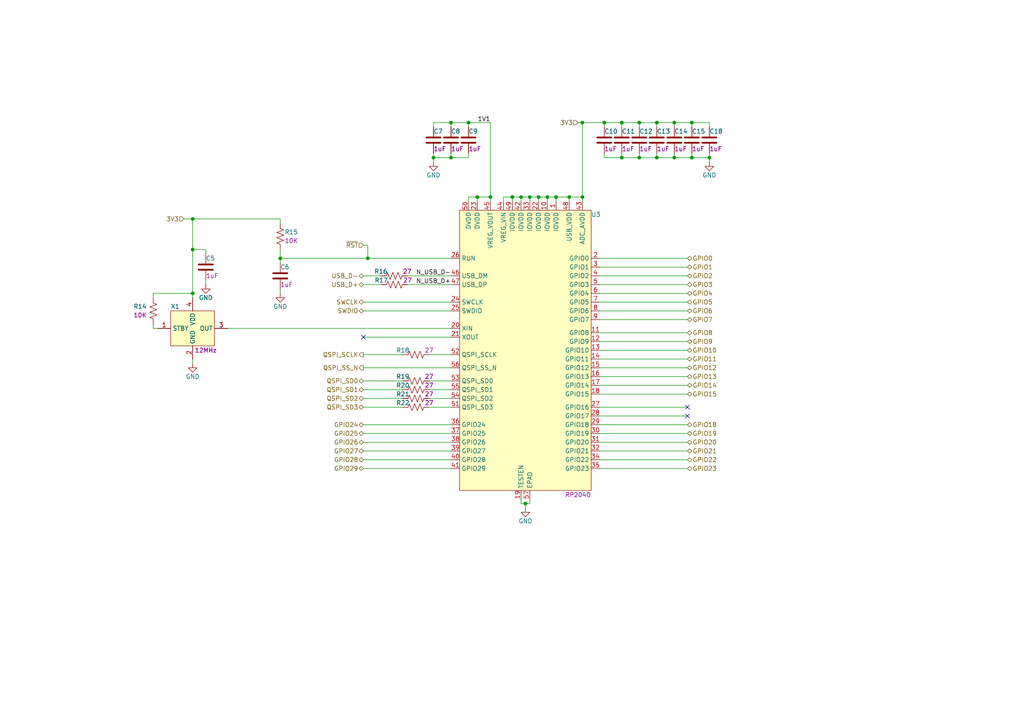
<source format=kicad_sch>
(kicad_sch (version 20211123) (generator eeschema)
  (paper "A4")
  (lib_symbols
    (symbol "capacitors:CC0402KRX5R7BB105" (pin_numbers hide) (pin_names (offset 0.254))
      (property "Reference" "C" (at 0.635 2.54 0))
      (property "id" "1uF" (at -3.81 2.54 0))
      (symbol "CC0402KRX5R7BB105_0_1"
        (polyline (pts (xy -2.032 -0.762) (xy 2.032 -0.762)) (stroke (width 0.508)))
        (polyline (pts (xy -2.032 0.762) (xy 2.032 0.762)) (stroke (width 0.508)))
      )
      (symbol "CC0402KRX5R7BB105_1_1"
        (pin passive line (at 0 3.81 270) (length 2.794) (name "~") (number "1"))
        (pin passive line (at 0 -3.81 90) (length 2.794) (name "~") (number "2"))
      )
    )
    (symbol "ics:RP2040"
      (property "Reference" "U" (at 0 0 0))
      (property "id" "RP2040" (at 0 0 0))
      (symbol "RP2040_0_1"
        (rectangle (start -19.05 40.64) (end 19.05 -40.64) (fill (type background)))
      )
      (symbol "RP2040_1_1"
        (pin power_in line (at 8.89 43.18 270) (length 2.54) (name "IOVDD") (number "1"))
        (pin power_in line (at 6.35 43.18 270) (length 2.54) (name "IOVDD") (number "10"))
        (pin bidirectional line (at 21.59 5.08 180) (length 2.54) (name "GPIO8") (number "11"))
        (pin bidirectional line (at 21.59 2.54 180) (length 2.54) (name "GPIO9") (number "12"))
        (pin bidirectional line (at 21.59 0 180) (length 2.54) (name "GPIO10") (number "13"))
        (pin bidirectional line (at 21.59 -2.54 180) (length 2.54) (name "GPIO11") (number "14"))
        (pin bidirectional line (at 21.59 -5.08 180) (length 2.54) (name "GPIO12") (number "15"))
        (pin bidirectional line (at 21.59 -7.62 180) (length 2.54) (name "GPIO13") (number "16"))
        (pin bidirectional line (at 21.59 -10.16 180) (length 2.54) (name "GPIO14") (number "17"))
        (pin bidirectional line (at 21.59 -12.7 180) (length 2.54) (name "GPIO15") (number "18"))
        (pin passive line (at -1.27 -43.18 90) (length 2.54) (name "TESTEN") (number "19"))
        (pin bidirectional line (at 21.59 26.67 180) (length 2.54) (name "GPIO0") (number "2"))
        (pin input line (at -21.59 6.35 0) (length 2.54) (name "XIN") (number "20"))
        (pin output line (at -21.59 3.81 0) (length 2.54) (name "XOUT") (number "21"))
        (pin power_in line (at 3.81 43.18 270) (length 2.54) (name "IOVDD") (number "22"))
        (pin power_in line (at -13.97 43.18 270) (length 2.54) (name "DVDD") (number "23"))
        (pin bidirectional line (at -21.59 13.97 0) (length 2.54) (name "SWCLK") (number "24"))
        (pin bidirectional line (at -21.59 11.43 0) (length 2.54) (name "SWDIO") (number "25"))
        (pin input line (at -21.59 26.67 0) (length 2.54) (name "RUN") (number "26"))
        (pin bidirectional line (at 21.59 -16.51 180) (length 2.54) (name "GPIO16") (number "27"))
        (pin bidirectional line (at 21.59 -19.05 180) (length 2.54) (name "GPIO17") (number "28"))
        (pin bidirectional line (at 21.59 -21.59 180) (length 2.54) (name "GPIO18") (number "29"))
        (pin bidirectional line (at 21.59 24.13 180) (length 2.54) (name "GPIO1") (number "3"))
        (pin bidirectional line (at 21.59 -24.13 180) (length 2.54) (name "GPIO19") (number "30"))
        (pin bidirectional line (at 21.59 -26.67 180) (length 2.54) (name "GPIO20") (number "31"))
        (pin bidirectional line (at 21.59 -29.21 180) (length 2.54) (name "GPIO21") (number "32"))
        (pin power_in line (at 1.27 43.18 270) (length 2.54) (name "IOVDD") (number "33"))
        (pin bidirectional line (at 21.59 -31.75 180) (length 2.54) (name "GPIO22") (number "34"))
        (pin bidirectional line (at 21.59 -34.29 180) (length 2.54) (name "GPIO23") (number "35"))
        (pin bidirectional line (at -21.59 -21.59 0) (length 2.54) (name "GPIO24") (number "36"))
        (pin bidirectional line (at -21.59 -24.13 0) (length 2.54) (name "GPIO25") (number "37"))
        (pin bidirectional line (at -21.59 -26.67 0) (length 2.54) (name "GPIO26") (number "38"))
        (pin bidirectional line (at -21.59 -29.21 0) (length 2.54) (name "GPIO27") (number "39"))
        (pin bidirectional line (at 21.59 21.59 180) (length 2.54) (name "GPIO2") (number "4"))
        (pin bidirectional line (at -21.59 -31.75 0) (length 2.54) (name "GPIO28") (number "40"))
        (pin bidirectional line (at -21.59 -34.29 0) (length 2.54) (name "GPIO29") (number "41"))
        (pin power_in line (at -1.27 43.18 270) (length 2.54) (name "IOVDD") (number "42"))
        (pin power_in line (at 16.51 43.18 270) (length 2.54) (name "ADC_AVDD") (number "43"))
        (pin power_in line (at -6.35 43.18 270) (length 2.54) (name "VREG_VIN") (number "44"))
        (pin power_out line (at -10.16 43.18 270) (length 2.54) (name "VREG_VOUT") (number "45"))
        (pin bidirectional line (at -21.59 21.59 0) (length 2.54) (name "USB_DM") (number "46"))
        (pin bidirectional line (at -21.59 19.05 0) (length 2.54) (name "USB_DP") (number "47"))
        (pin power_in line (at 12.7 43.18 270) (length 2.54) (name "USB_VDD") (number "48"))
        (pin power_in line (at -3.81 43.18 270) (length 2.54) (name "IOVDD") (number "49"))
        (pin bidirectional line (at 21.59 19.05 180) (length 2.54) (name "GPIO3") (number "5"))
        (pin power_in line (at -16.51 43.18 270) (length 2.54) (name "DVDD") (number "50"))
        (pin bidirectional line (at -21.59 -16.51 0) (length 2.54) (name "QSPI_SD3") (number "51"))
        (pin bidirectional line (at -21.59 -1.27 0) (length 2.54) (name "QSPI_SCLK") (number "52"))
        (pin bidirectional line (at -21.59 -8.89 0) (length 2.54) (name "QSPI_SD0") (number "53"))
        (pin bidirectional line (at -21.59 -13.97 0) (length 2.54) (name "QSPI_SD2") (number "54"))
        (pin bidirectional line (at -21.59 -11.43 0) (length 2.54) (name "QSPI_SD1") (number "55"))
        (pin bidirectional line (at -21.59 -5.08 0) (length 2.54) (name "QSPI_SS_N") (number "56"))
        (pin power_in line (at 1.27 -43.18 90) (length 2.54) (name "EPAD") (number "57"))
        (pin bidirectional line (at 21.59 16.51 180) (length 2.54) (name "GPIO4") (number "6"))
        (pin bidirectional line (at 21.59 13.97 180) (length 2.54) (name "GPIO5") (number "7"))
        (pin bidirectional line (at 21.59 11.43 180) (length 2.54) (name "GPIO6") (number "8"))
        (pin bidirectional line (at 21.59 8.89 180) (length 2.54) (name "GPIO7") (number "9"))
      )
    )
    (symbol "misc:ASE-12.000MHZ-ET"
      (property "Reference" "X" (at 0 0 0))
      (property "id" "12MHz" (at 0 0 0))
      (symbol "ASE-12.000MHZ-ET_0_1"
        (rectangle (start -6.35 5.08) (end 6.35 -5.08) (fill (type background)))
      )
      (symbol "ASE-12.000MHZ-ET_1_1"
        (pin input line (at -10.16 0 0) (length 3.81) (name "STBY") (number "1"))
        (pin power_in line (at 0 -8.89 90) (length 3.81) (name "GND") (number "2"))
        (pin output line (at 10.16 0 180) (length 3.81) (name "OUT") (number "3"))
        (pin power_in line (at 0 8.89 270) (length 3.81) (name "VDD") (number "4"))
      )
    )
    (symbol "power:GND" (power) (pin_names (offset 0))
      (property "Value" "GND" (at 0 -3.81 0))
      (symbol "GND_0_1"
        (polyline (pts (xy 0 0) (xy 0 -1.27) (xy 1.27 -1.27) (xy 0 -2.54) (xy -1.27 -1.27) (xy 0 -1.27)))
      )
      (symbol "GND_1_1"
        (pin power_in line (at 0 0 270) (length 0) hide (name "GND") (number "1"))
      )
    )
    (symbol "resistors:RC0402FR-0727RL" (pin_numbers hide) (pin_names (offset 0))
      (property "Reference" "R" (at 2.54 0 90))
      (property "id" "27" (at -2.54 0 90))
      (symbol "RC0402FR-0727RL_0_1"
        (polyline (pts (xy 0 -2.286) (xy 0 -2.54)))
        (polyline (pts (xy 0 2.286) (xy 0 2.54)))
        (polyline (pts (xy 0 -0.762) (xy 1.016 -1.143) (xy 0 -1.524) (xy -1.016 -1.905) (xy 0 -2.286)))
        (polyline (pts (xy 0 0.762) (xy 1.016 0.381) (xy 0 0) (xy -1.016 -0.381) (xy 0 -0.762)))
        (polyline (pts (xy 0 2.286) (xy 1.016 1.905) (xy 0 1.524) (xy -1.016 1.143) (xy 0 0.762)))
      )
      (symbol "RC0402FR-0727RL_1_1"
        (pin passive line (at 0 3.81 270) (length 1.27) (name "~") (number "1"))
        (pin passive line (at 0 -3.81 90) (length 1.27) (name "~") (number "2"))
      )
    )
    (symbol "resistors:RC0402JR-0710KL" (pin_numbers hide) (pin_names (offset 0))
      (property "Reference" "R" (at 2.54 0 90))
      (property "id" "10K" (at -2.54 0 90))
      (symbol "RC0402JR-0710KL_0_1"
        (polyline (pts (xy 0 -2.286) (xy 0 -2.54)))
        (polyline (pts (xy 0 2.286) (xy 0 2.54)))
        (polyline (pts (xy 0 -0.762) (xy 1.016 -1.143) (xy 0 -1.524) (xy -1.016 -1.905) (xy 0 -2.286)))
        (polyline (pts (xy 0 0.762) (xy 1.016 0.381) (xy 0 0) (xy -1.016 -0.381) (xy 0 -0.762)))
        (polyline (pts (xy 0 2.286) (xy 1.016 1.905) (xy 0 1.524) (xy -1.016 1.143) (xy 0 0.762)))
      )
      (symbol "RC0402JR-0710KL_1_1"
        (pin passive line (at 0 3.81 270) (length 1.27) (name "~") (number "1"))
        (pin passive line (at 0 -3.81 90) (length 1.27) (name "~") (number "2"))
      )
    )
  )
  (junction (at 185.42 45.72))
  (junction (at 106.68 74.93))
  (junction (at 156.21 57.15))
  (junction (at 175.26 35.56))
  (junction (at 161.29 57.15))
  (junction (at 168.91 57.15))
  (junction (at 195.58 35.56))
  (junction (at 81.28 74.93))
  (junction (at 130.81 35.56))
  (junction (at 165.1 57.15))
  (junction (at 151.13 57.15))
  (junction (at 130.81 45.72))
  (junction (at 158.75 57.15))
  (junction (at 180.34 45.72))
  (junction (at 55.88 85.09))
  (junction (at 195.58 45.72))
  (junction (at 190.5 35.56))
  (junction (at 200.66 45.72))
  (junction (at 55.88 63.5))
  (junction (at 168.91 35.56))
  (junction (at 200.66 35.56))
  (junction (at 142.24 57.15))
  (junction (at 153.67 57.15))
  (junction (at 180.34 35.56))
  (junction (at 135.89 35.56))
  (junction (at 185.42 35.56))
  (junction (at 152.4 146.05))
  (junction (at 205.74 45.72))
  (junction (at 55.88 72.39))
  (junction (at 138.43 57.15))
  (junction (at 148.59 57.15))
  (junction (at 190.5 45.72))
  (junction (at 125.73 45.72))
  (no_connect (at 105.41 97.79))
  (no_connect (at 199.39 120.65))
  (no_connect (at 199.39 118.11))
  (wire (pts (xy 105.41 130.81) (xy 130.81 130.81)))
  (wire (pts (xy 105.41 106.68) (xy 130.81 106.68)))
  (wire (pts (xy 195.58 44.45) (xy 195.58 45.72)))
  (wire (pts (xy 151.13 57.15) (xy 153.67 57.15)))
  (wire (pts (xy 199.39 111.76) (xy 173.99 111.76)))
  (wire (pts (xy 142.24 35.56) (xy 142.24 57.15)))
  (wire (pts (xy 105.41 133.35) (xy 130.81 133.35)))
  (wire (pts (xy 190.5 44.45) (xy 190.5 45.72)))
  (wire (pts (xy 168.91 35.56) (xy 168.91 57.15)))
  (wire (pts (xy 55.88 63.5) (xy 81.28 63.5)))
  (wire (pts (xy 199.39 92.71) (xy 173.99 92.71)))
  (wire (pts (xy 205.74 35.56) (xy 200.66 35.56)))
  (wire (pts (xy 130.81 35.56) (xy 135.89 35.56)))
  (wire (pts (xy 167.64 35.56) (xy 168.91 35.56)))
  (wire (pts (xy 205.74 36.83) (xy 205.74 35.56)))
  (wire (pts (xy 199.39 74.93) (xy 173.99 74.93)))
  (wire (pts (xy 124.46 118.11) (xy 130.81 118.11)))
  (wire (pts (xy 199.39 130.81) (xy 173.99 130.81)))
  (wire (pts (xy 152.4 147.32) (xy 152.4 146.05)))
  (wire (pts (xy 105.41 128.27) (xy 130.81 128.27)))
  (wire (pts (xy 81.28 85.09) (xy 81.28 83.82)))
  (wire (pts (xy 180.34 44.45) (xy 180.34 45.72)))
  (wire (pts (xy 199.39 106.68) (xy 173.99 106.68)))
  (wire (pts (xy 135.89 45.72) (xy 130.81 45.72)))
  (wire (pts (xy 156.21 58.42) (xy 156.21 57.15)))
  (wire (pts (xy 106.68 71.12) (xy 106.68 74.93)))
  (wire (pts (xy 200.66 35.56) (xy 195.58 35.56)))
  (wire (pts (xy 146.05 58.42) (xy 146.05 57.15)))
  (wire (pts (xy 59.69 72.39) (xy 55.88 72.39)))
  (wire (pts (xy 59.69 82.55) (xy 59.69 81.28)))
  (wire (pts (xy 158.75 57.15) (xy 161.29 57.15)))
  (wire (pts (xy 199.39 125.73) (xy 173.99 125.73)))
  (wire (pts (xy 199.39 133.35) (xy 173.99 133.35)))
  (wire (pts (xy 59.69 73.66) (xy 59.69 72.39)))
  (wire (pts (xy 158.75 58.42) (xy 158.75 57.15)))
  (wire (pts (xy 205.74 46.99) (xy 205.74 45.72)))
  (wire (pts (xy 151.13 58.42) (xy 151.13 57.15)))
  (wire (pts (xy 199.39 77.47) (xy 173.99 77.47)))
  (wire (pts (xy 175.26 35.56) (xy 168.91 35.56)))
  (wire (pts (xy 135.89 57.15) (xy 135.89 58.42)))
  (wire (pts (xy 124.46 110.49) (xy 130.81 110.49)))
  (wire (pts (xy 53.34 63.5) (xy 55.88 63.5)))
  (wire (pts (xy 153.67 58.42) (xy 153.67 57.15)))
  (wire (pts (xy 200.66 36.83) (xy 200.66 35.56)))
  (wire (pts (xy 44.45 85.09) (xy 55.88 85.09)))
  (wire (pts (xy 151.13 146.05) (xy 151.13 144.78)))
  (wire (pts (xy 199.39 120.65) (xy 173.99 120.65)))
  (wire (pts (xy 118.2175 82.55) (xy 130.81 82.55)))
  (wire (pts (xy 195.58 36.83) (xy 195.58 35.56)))
  (wire (pts (xy 125.73 45.72) (xy 125.73 44.45)))
  (wire (pts (xy 153.67 144.78) (xy 153.67 146.05)))
  (wire (pts (xy 130.81 44.45) (xy 130.81 45.72)))
  (wire (pts (xy 138.43 58.42) (xy 138.43 57.15)))
  (wire (pts (xy 168.91 57.15) (xy 168.91 58.42)))
  (wire (pts (xy 199.39 90.17) (xy 173.99 90.17)))
  (wire (pts (xy 55.88 85.09) (xy 55.88 86.36)))
  (wire (pts (xy 105.41 82.55) (xy 110.5975 82.55)))
  (wire (pts (xy 199.39 123.19) (xy 173.99 123.19)))
  (wire (pts (xy 138.43 57.15) (xy 135.89 57.15)))
  (wire (pts (xy 200.66 44.45) (xy 200.66 45.72)))
  (wire (pts (xy 81.28 72.39) (xy 81.28 74.93)))
  (wire (pts (xy 152.4 146.05) (xy 151.13 146.05)))
  (wire (pts (xy 199.39 118.11) (xy 173.99 118.11)))
  (wire (pts (xy 44.45 86.36) (xy 44.45 85.09)))
  (wire (pts (xy 190.5 35.56) (xy 185.42 35.56)))
  (wire (pts (xy 199.39 135.89) (xy 173.99 135.89)))
  (wire (pts (xy 130.81 36.83) (xy 130.81 35.56)))
  (wire (pts (xy 199.39 80.01) (xy 173.99 80.01)))
  (wire (pts (xy 118.11 80.01) (xy 130.81 80.01)))
  (wire (pts (xy 185.42 45.72) (xy 190.5 45.72)))
  (wire (pts (xy 161.29 57.15) (xy 165.1 57.15)))
  (wire (pts (xy 199.39 87.63) (xy 173.99 87.63)))
  (wire (pts (xy 105.41 118.11) (xy 116.84 118.11)))
  (wire (pts (xy 199.39 85.09) (xy 173.99 85.09)))
  (wire (pts (xy 185.42 36.83) (xy 185.42 35.56)))
  (wire (pts (xy 44.45 95.25) (xy 44.45 93.98)))
  (wire (pts (xy 105.41 115.57) (xy 116.84 115.57)))
  (wire (pts (xy 105.41 87.63) (xy 130.81 87.63)))
  (wire (pts (xy 105.41 80.01) (xy 110.49 80.01)))
  (wire (pts (xy 124.46 113.03) (xy 130.81 113.03)))
  (wire (pts (xy 81.28 63.5) (xy 81.28 64.77)))
  (wire (pts (xy 55.88 105.41) (xy 55.88 104.14)))
  (wire (pts (xy 105.41 123.19) (xy 130.81 123.19)))
  (wire (pts (xy 106.68 74.93) (xy 130.81 74.93)))
  (wire (pts (xy 175.26 44.45) (xy 175.26 45.72)))
  (wire (pts (xy 190.5 45.72) (xy 195.58 45.72)))
  (wire (pts (xy 161.29 58.42) (xy 161.29 57.15)))
  (wire (pts (xy 199.39 128.27) (xy 173.99 128.27)))
  (wire (pts (xy 105.41 135.89) (xy 130.81 135.89)))
  (wire (pts (xy 190.5 36.83) (xy 190.5 35.56)))
  (wire (pts (xy 195.58 35.56) (xy 190.5 35.56)))
  (wire (pts (xy 180.34 35.56) (xy 175.26 35.56)))
  (wire (pts (xy 199.39 82.55) (xy 173.99 82.55)))
  (wire (pts (xy 175.26 45.72) (xy 180.34 45.72)))
  (wire (pts (xy 142.24 57.15) (xy 138.43 57.15)))
  (wire (pts (xy 199.39 109.22) (xy 173.99 109.22)))
  (wire (pts (xy 142.24 57.15) (xy 142.24 58.42)))
  (wire (pts (xy 124.46 102.87) (xy 130.81 102.87)))
  (wire (pts (xy 148.59 57.15) (xy 151.13 57.15)))
  (wire (pts (xy 199.39 99.06) (xy 173.99 99.06)))
  (wire (pts (xy 105.41 125.73) (xy 130.81 125.73)))
  (wire (pts (xy 66.04 95.25) (xy 130.81 95.25)))
  (wire (pts (xy 165.1 58.42) (xy 165.1 57.15)))
  (wire (pts (xy 105.41 113.03) (xy 116.84 113.03)))
  (wire (pts (xy 146.05 57.15) (xy 148.59 57.15)))
  (wire (pts (xy 195.58 45.72) (xy 200.66 45.72)))
  (wire (pts (xy 105.41 90.17) (xy 130.81 90.17)))
  (wire (pts (xy 165.1 57.15) (xy 168.91 57.15)))
  (wire (pts (xy 135.89 35.56) (xy 142.24 35.56)))
  (wire (pts (xy 205.74 44.45) (xy 205.74 45.72)))
  (wire (pts (xy 105.41 102.87) (xy 116.84 102.87)))
  (wire (pts (xy 135.89 36.83) (xy 135.89 35.56)))
  (wire (pts (xy 130.81 115.57) (xy 124.46 115.57)))
  (wire (pts (xy 153.67 57.15) (xy 156.21 57.15)))
  (wire (pts (xy 81.28 74.93) (xy 106.68 74.93)))
  (wire (pts (xy 153.67 146.05) (xy 152.4 146.05)))
  (wire (pts (xy 185.42 35.56) (xy 180.34 35.56)))
  (wire (pts (xy 81.28 76.2) (xy 81.28 74.93)))
  (wire (pts (xy 55.88 72.39) (xy 55.88 85.09)))
  (wire (pts (xy 105.41 97.79) (xy 130.81 97.79)))
  (wire (pts (xy 125.73 36.83) (xy 125.73 35.56)))
  (wire (pts (xy 148.59 58.42) (xy 148.59 57.15)))
  (wire (pts (xy 199.39 114.3) (xy 173.99 114.3)))
  (wire (pts (xy 125.73 35.56) (xy 130.81 35.56)))
  (wire (pts (xy 105.41 110.49) (xy 116.84 110.49)))
  (wire (pts (xy 180.34 36.83) (xy 180.34 35.56)))
  (wire (pts (xy 199.39 104.14) (xy 173.99 104.14)))
  (wire (pts (xy 125.73 46.99) (xy 125.73 45.72)))
  (wire (pts (xy 105.41 71.12) (xy 106.68 71.12)))
  (wire (pts (xy 199.39 96.52) (xy 173.99 96.52)))
  (wire (pts (xy 156.21 57.15) (xy 158.75 57.15)))
  (wire (pts (xy 200.66 45.72) (xy 205.74 45.72)))
  (wire (pts (xy 199.39 101.6) (xy 173.99 101.6)))
  (wire (pts (xy 175.26 36.83) (xy 175.26 35.56)))
  (wire (pts (xy 45.72 95.25) (xy 44.45 95.25)))
  (wire (pts (xy 180.34 45.72) (xy 185.42 45.72)))
  (wire (pts (xy 55.88 63.5) (xy 55.88 72.39)))
  (wire (pts (xy 135.89 44.45) (xy 135.89 45.72)))
  (wire (pts (xy 130.81 45.72) (xy 125.73 45.72)))
  (wire (pts (xy 185.42 44.45) (xy 185.42 45.72)))
  (label "N_USB_D-" (at 120.65 80.01 0))
  (label "1V1" (at 142.24 35.56 180))
  (label "N_USB_D+" (at 120.65 82.55 0))
  (hierarchical_label "GPIO24" (shape bidirectional) (at 105.41 123.19 180))
  (hierarchical_label "GPIO6" (shape bidirectional) (at 199.39 90.17 0))
  (hierarchical_label "GPIO23" (shape bidirectional) (at 199.39 135.89 0))
  (hierarchical_label "GPIO3" (shape bidirectional) (at 199.39 82.55 0))
  (hierarchical_label "GPIO5" (shape bidirectional) (at 199.39 87.63 0))
  (hierarchical_label "GPIO19" (shape bidirectional) (at 199.39 125.73 0))
  (hierarchical_label "GPIO13" (shape bidirectional) (at 199.39 109.22 0))
  (hierarchical_label "SWDIO" (shape bidirectional) (at 105.41 90.17 180))
  (hierarchical_label "GPIO7" (shape bidirectional) (at 199.39 92.71 0))
  (hierarchical_label "GPIO0" (shape bidirectional) (at 199.39 74.93 0))
  (hierarchical_label "GPIO1" (shape bidirectional) (at 199.39 77.47 0))
  (hierarchical_label "QSPI_SD3" (shape bidirectional) (at 105.41 118.11 180))
  (hierarchical_label "QSPI_SD0" (shape bidirectional) (at 105.41 110.49 180))
  (hierarchical_label "GPIO22" (shape bidirectional) (at 199.39 133.35 0))
  (hierarchical_label "GPIO4" (shape bidirectional) (at 199.39 85.09 0))
  (hierarchical_label "GPIO11" (shape bidirectional) (at 199.39 104.14 0))
  (hierarchical_label "GPIO15" (shape bidirectional) (at 199.39 114.3 0))
  (hierarchical_label "GPIO27" (shape bidirectional) (at 105.41 130.81 180))
  (hierarchical_label "GPIO26" (shape bidirectional) (at 105.41 128.27 180))
  (hierarchical_label "~{RST}" (shape input) (at 105.41 71.12 180))
  (hierarchical_label "GPIO14" (shape bidirectional) (at 199.39 111.76 0))
  (hierarchical_label "GPIO21" (shape bidirectional) (at 199.39 130.81 0))
  (hierarchical_label "3V3" (shape input) (at 167.64 35.56 180))
  (hierarchical_label "SWCLK" (shape bidirectional) (at 105.41 87.63 180))
  (hierarchical_label "USB_D+" (shape bidirectional) (at 105.41 82.55 180))
  (hierarchical_label "GPIO28" (shape bidirectional) (at 105.41 133.35 180))
  (hierarchical_label "GPIO20" (shape bidirectional) (at 199.39 128.27 0))
  (hierarchical_label "GPIO12" (shape bidirectional) (at 199.39 106.68 0))
  (hierarchical_label "QSPI_SD1" (shape bidirectional) (at 105.41 113.03 180))
  (hierarchical_label "GPIO10" (shape bidirectional) (at 199.39 101.6 0))
  (hierarchical_label "3V3" (shape input) (at 53.34 63.5 180))
  (hierarchical_label "USB_D-" (shape bidirectional) (at 105.41 80.01 180))
  (hierarchical_label "GPIO9" (shape bidirectional) (at 199.39 99.06 0))
  (hierarchical_label "QSPI_SS_N" (shape output) (at 105.41 106.68 180))
  (hierarchical_label "GPIO29" (shape bidirectional) (at 105.41 135.89 180))
  (hierarchical_label "GPIO2" (shape bidirectional) (at 199.39 80.01 0))
  (hierarchical_label "GPIO18" (shape bidirectional) (at 199.39 123.19 0))
  (hierarchical_label "GPIO8" (shape bidirectional) (at 199.39 96.52 0))
  (hierarchical_label "GPIO25" (shape bidirectional) (at 105.41 125.73 180))
  (hierarchical_label "QSPI_SD2" (shape bidirectional) (at 105.41 115.57 180))
  (hierarchical_label "QSPI_SCLK" (shape output) (at 105.41 102.87 180))
  (symbol (lib_id "ics:RP2040") (at 152.4 101.6 0) (unit 1)
    (property "Reference" "U3" (at 171.45 62.23 0) (effects (justify left)))
    (property "Value" "RP2040" (effects hide))
    (property "Footprint" "footprints:QFN57P40_700X700X90L40X18T310N" (effects hide))
    (property "Datasheet" "${MTE_LIB_DIR}/datasheets/rp2040-datasheet.pdf" (effects hide))
    (property "id" "RP2040" (at 163.83 143.51 0) (effects (justify left)))
    (property "manf" "Raspberry Pi" (effects hide))
  )
  (symbol (lib_id "power:GND") (at 55.88 105.41 0) (unit 1)
    (property "Reference" "#PWR024" (effects hide))
    (property "Value" "GND" (at 55.88 109.22 0))
  )
  (symbol (lib_id "capacitors:CC0402KRX5R7BB105") (at 125.73 40.64 0) (unit 1)
    (property "Reference" "C7" (at 125.73 38.1 0) (effects (justify left)))
    (property "Value" "CC0402KRX5R7BB105" (effects hide))
    (property "Footprint" "footprints:CAPACITOR_0402N" (effects hide))
    (property "Datasheet" "${MTE_LIB_DIR}/datasheets/UPY-GP_NP0_16V-to-50V_18.pdf" (effects hide))
    (property "id" "1uF" (at 125.73 43.18 0) (effects (justify left)))
  )
  (symbol (lib_id "power:GND") (at 59.69 82.55 0) (unit 1)
    (property "Reference" "#PWR025" (effects hide))
    (property "Value" "GND" (at 59.69 86.36 0))
  )
  (symbol (lib_id "capacitors:CC0402KRX5R7BB105") (at 185.42 40.64 0) (unit 1)
    (property "Reference" "C12" (at 185.42 38.1 0) (effects (justify left)))
    (property "Value" "CC0402KRX5R7BB105" (effects hide))
    (property "Footprint" "footprints:CAPACITOR_0402N" (effects hide))
    (property "Datasheet" "${MTE_LIB_DIR}/datasheets/UPY-GP_NP0_16V-to-50V_18.pdf" (effects hide))
    (property "id" "1uF" (at 185.42 43.18 0) (effects (justify left)))
  )
  (symbol (lib_id "power:GND") (at 81.28 85.09 0) (unit 1)
    (property "Reference" "#PWR026" (effects hide))
    (property "Value" "GND" (at 81.28 88.9 0))
  )
  (symbol (lib_id "resistors:RC0402FR-0727RL") (at 114.4075 82.55 90) (unit 1)
    (property "Reference" "R17" (at 110.5975 81.28 90))
    (property "Value" "RC0402FR-0727RL" (effects hide))
    (property "Footprint" "footprints:RESISTOR_0402N" (effects hide))
    (property "Datasheet" "${MTE_LIB_DIR}/datasheets/PYu-RC_Group_51_RoHS_L_11.pdf" (effects hide))
    (property "id" "27" (at 118.2175 81.28 90))
    (property "manf" "Yageo" (effects hide))
  )
  (symbol (lib_id "capacitors:CC0402KRX5R7BB105") (at 135.89 40.64 0) (unit 1)
    (property "Reference" "C9" (at 135.89 38.1 0) (effects (justify left)))
    (property "Value" "CC0402KRX5R7BB105" (effects hide))
    (property "Footprint" "footprints:CAPACITOR_0402N" (effects hide))
    (property "Datasheet" "${MTE_LIB_DIR}/datasheets/UPY-GP_NP0_16V-to-50V_18.pdf" (effects hide))
    (property "id" "1uF" (at 135.89 43.18 0) (effects (justify left)))
  )
  (symbol (lib_id "capacitors:CC0402KRX5R7BB105") (at 175.26 40.64 0) (unit 1)
    (property "Reference" "C10" (at 175.26 38.1 0) (effects (justify left)))
    (property "Value" "CC0402KRX5R7BB105" (effects hide))
    (property "Footprint" "footprints:CAPACITOR_0402N" (effects hide))
    (property "Datasheet" "${MTE_LIB_DIR}/datasheets/UPY-GP_NP0_16V-to-50V_18.pdf" (effects hide))
    (property "id" "1uF" (at 175.26 43.18 0) (effects (justify left)))
  )
  (symbol (lib_id "capacitors:CC0402KRX5R7BB105") (at 59.69 77.47 0) (unit 1)
    (property "Reference" "C5" (at 59.69 74.93 0) (effects (justify left)))
    (property "Value" "CC0402KRX5R7BB105" (effects hide))
    (property "Footprint" "footprints:CAPACITOR_0402N" (effects hide))
    (property "Datasheet" "${MTE_LIB_DIR}/datasheets/UPY-GP_NP0_16V-to-50V_18.pdf" (effects hide))
    (property "id" "1uF" (at 59.69 80.01 0) (effects (justify left)))
  )
  (symbol (lib_id "power:GND") (at 205.74 46.99 0) (unit 1)
    (property "Reference" "#PWR029" (effects hide))
    (property "Value" "GND" (at 205.74 50.8 0))
  )
  (symbol (lib_id "resistors:RC0402JR-0710KL") (at 44.45 90.17 180) (unit 1)
    (property "Reference" "R14" (at 40.64 88.9 0))
    (property "Value" "RC0402JR-0710KL" (effects hide))
    (property "Footprint" "footprints:RESISTOR_0402N" (effects hide))
    (property "Datasheet" "${MTE_LIB_DIR}/datasheets/PYu-RC_Group_51_RoHS_L_11.pdf" (effects hide))
    (property "id" "10K" (at 40.64 91.44 0))
    (property "manf" "Yageo" (effects hide))
  )
  (symbol (lib_id "capacitors:CC0402KRX5R7BB105") (at 205.74 40.64 0) (unit 1)
    (property "Reference" "C18" (at 205.74 38.1 0) (effects (justify left)))
    (property "Value" "CC0402KRX5R7BB105" (effects hide))
    (property "Footprint" "footprints:CAPACITOR_0402N" (effects hide))
    (property "Datasheet" "${MTE_LIB_DIR}/datasheets/UPY-GP_NP0_16V-to-50V_18.pdf" (effects hide))
    (property "id" "1uF" (at 205.74 43.18 0) (effects (justify left)))
  )
  (symbol (lib_id "capacitors:CC0402KRX5R7BB105") (at 200.66 40.64 0) (unit 1)
    (property "Reference" "C15" (at 200.66 38.1 0) (effects (justify left)))
    (property "Value" "CC0402KRX5R7BB105" (effects hide))
    (property "Footprint" "footprints:CAPACITOR_0402N" (effects hide))
    (property "Datasheet" "${MTE_LIB_DIR}/datasheets/UPY-GP_NP0_16V-to-50V_18.pdf" (effects hide))
    (property "id" "1uF" (at 200.66 43.18 0) (effects (justify left)))
  )
  (symbol (lib_id "capacitors:CC0402KRX5R7BB105") (at 190.5 40.64 0) (unit 1)
    (property "Reference" "C13" (at 190.5 38.1 0) (effects (justify left)))
    (property "Value" "CC0402KRX5R7BB105" (effects hide))
    (property "Footprint" "footprints:CAPACITOR_0402N" (effects hide))
    (property "Datasheet" "${MTE_LIB_DIR}/datasheets/UPY-GP_NP0_16V-to-50V_18.pdf" (effects hide))
    (property "id" "1uF" (at 190.5 43.18 0) (effects (justify left)))
  )
  (symbol (lib_id "resistors:RC0402FR-0727RL") (at 120.65 115.57 90) (unit 1)
    (property "Reference" "R21" (at 116.84 114.3 90))
    (property "Value" "RC0402FR-0727RL" (effects hide))
    (property "Footprint" "footprints:RESISTOR_0402N" (effects hide))
    (property "Datasheet" "${MTE_LIB_DIR}/datasheets/PYu-RC_Group_51_RoHS_L_11.pdf" (effects hide))
    (property "id" "27" (at 124.46 114.3 90))
    (property "manf" "Yageo" (effects hide))
  )
  (symbol (lib_id "resistors:RC0402FR-0727RL") (at 120.65 118.11 90) (unit 1)
    (property "Reference" "R22" (at 116.84 116.84 90))
    (property "Value" "RC0402FR-0727RL" (effects hide))
    (property "Footprint" "footprints:RESISTOR_0402N" (effects hide))
    (property "Datasheet" "${MTE_LIB_DIR}/datasheets/PYu-RC_Group_51_RoHS_L_11.pdf" (effects hide))
    (property "id" "27" (at 124.46 116.84 90))
    (property "manf" "Yageo" (effects hide))
  )
  (symbol (lib_id "misc:ASE-12.000MHZ-ET") (at 55.88 95.25 0) (unit 1)
    (property "Reference" "X1" (at 50.8 88.9 0))
    (property "Value" "ASE-12.000MHZ-ET" (effects hide))
    (property "Footprint" "footprints:OSCSC4P210_320X250X120L65X90N" (effects hide))
    (property "Datasheet" "${MTE_LIB_DIR}/datasheets/ASEseries.pdf" (effects hide))
    (property "id" "12MHz" (at 59.69 101.6 0))
    (property "manf" "Abracon LLC" (effects hide))
  )
  (symbol (lib_id "power:GND") (at 125.73 46.99 0) (unit 1)
    (property "Reference" "#PWR027" (effects hide))
    (property "Value" "GND" (at 125.73 50.8 0))
  )
  (symbol (lib_id "resistors:RC0402FR-0727RL") (at 120.65 110.49 90) (unit 1)
    (property "Reference" "R19" (at 116.84 109.22 90))
    (property "Value" "RC0402FR-0727RL" (effects hide))
    (property "Footprint" "footprints:RESISTOR_0402N" (effects hide))
    (property "Datasheet" "${MTE_LIB_DIR}/datasheets/PYu-RC_Group_51_RoHS_L_11.pdf" (effects hide))
    (property "id" "27" (at 124.46 109.22 90))
    (property "manf" "Yageo" (effects hide))
  )
  (symbol (lib_id "resistors:RC0402FR-0727RL") (at 114.3 80.01 90) (unit 1)
    (property "Reference" "R16" (at 110.49 78.74 90))
    (property "Value" "RC0402FR-0727RL" (effects hide))
    (property "Footprint" "footprints:RESISTOR_0402N" (effects hide))
    (property "Datasheet" "${MTE_LIB_DIR}/datasheets/PYu-RC_Group_51_RoHS_L_11.pdf" (effects hide))
    (property "id" "27" (at 118.11 78.74 90))
    (property "manf" "Yageo" (effects hide))
  )
  (symbol (lib_id "capacitors:CC0402KRX5R7BB105") (at 195.58 40.64 0) (unit 1)
    (property "Reference" "C14" (at 195.58 38.1 0) (effects (justify left)))
    (property "Value" "CC0402KRX5R7BB105" (effects hide))
    (property "Footprint" "footprints:CAPACITOR_0402N" (effects hide))
    (property "Datasheet" "${MTE_LIB_DIR}/datasheets/UPY-GP_NP0_16V-to-50V_18.pdf" (effects hide))
    (property "id" "1uF" (at 195.58 43.18 0) (effects (justify left)))
  )
  (symbol (lib_id "power:GND") (at 152.4 147.32 0) (unit 1)
    (property "Reference" "#PWR028" (effects hide))
    (property "Value" "GND" (at 152.4 151.13 0))
  )
  (symbol (lib_id "resistors:RC0402JR-0710KL") (at 81.28 68.58 0) (unit 1)
    (property "Reference" "R15" (at 82.55 67.31 0) (effects (justify left)))
    (property "Value" "RC0402JR-0710KL" (effects hide))
    (property "Footprint" "footprints:RESISTOR_0402N" (effects hide))
    (property "Datasheet" "${MTE_LIB_DIR}/datasheets/PYu-RC_Group_51_RoHS_L_11.pdf" (effects hide))
    (property "id" "10K" (at 82.55 69.85 0) (effects (justify left)))
    (property "manf" "Yageo" (effects hide))
  )
  (symbol (lib_id "capacitors:CC0402KRX5R7BB105") (at 180.34 40.64 0) (unit 1)
    (property "Reference" "C11" (at 180.34 38.1 0) (effects (justify left)))
    (property "Value" "CC0402KRX5R7BB105" (effects hide))
    (property "Footprint" "footprints:CAPACITOR_0402N" (effects hide))
    (property "Datasheet" "${MTE_LIB_DIR}/datasheets/UPY-GP_NP0_16V-to-50V_18.pdf" (effects hide))
    (property "id" "1uF" (at 180.34 43.18 0) (effects (justify left)))
  )
  (symbol (lib_id "capacitors:CC0402KRX5R7BB105") (at 81.28 80.01 0) (unit 1)
    (property "Reference" "C6" (at 81.28 77.47 0) (effects (justify left)))
    (property "Value" "CC0402KRX5R7BB105" (effects hide))
    (property "Footprint" "footprints:CAPACITOR_0402N" (effects hide))
    (property "Datasheet" "${MTE_LIB_DIR}/datasheets/UPY-GP_NP0_16V-to-50V_18.pdf" (effects hide))
    (property "id" "1uF" (at 81.28 82.55 0) (effects (justify left)))
  )
  (symbol (lib_id "capacitors:CC0402KRX5R7BB105") (at 130.81 40.64 0) (unit 1)
    (property "Reference" "C8" (at 130.81 38.1 0) (effects (justify left)))
    (property "Value" "CC0402KRX5R7BB105" (effects hide))
    (property "Footprint" "footprints:CAPACITOR_0402N" (effects hide))
    (property "Datasheet" "${MTE_LIB_DIR}/datasheets/UPY-GP_NP0_16V-to-50V_18.pdf" (effects hide))
    (property "id" "1uF" (at 130.81 43.18 0) (effects (justify left)))
  )
  (symbol (lib_id "resistors:RC0402FR-0727RL") (at 120.65 102.87 90) (unit 1)
    (property "Reference" "R18" (at 116.84 101.6 90))
    (property "Value" "RC0402FR-0727RL" (effects hide))
    (property "Footprint" "footprints:RESISTOR_0402N" (effects hide))
    (property "Datasheet" "${MTE_LIB_DIR}/datasheets/PYu-RC_Group_51_RoHS_L_11.pdf" (effects hide))
    (property "id" "27" (at 124.46 101.6 90))
    (property "manf" "Yageo" (effects hide))
  )
  (symbol (lib_id "resistors:RC0402FR-0727RL") (at 120.65 113.03 90) (unit 1)
    (property "Reference" "R20" (at 116.84 111.76 90))
    (property "Value" "RC0402FR-0727RL" (effects hide))
    (property "Footprint" "footprints:RESISTOR_0402N" (effects hide))
    (property "Datasheet" "${MTE_LIB_DIR}/datasheets/PYu-RC_Group_51_RoHS_L_11.pdf" (effects hide))
    (property "id" "27" (at 124.46 111.76 90))
    (property "manf" "Yageo" (effects hide))
  )
)
</source>
